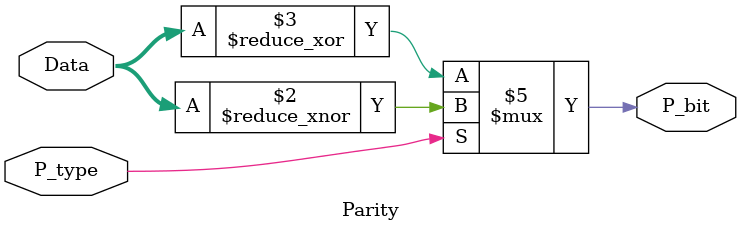
<source format=v>
module Parity (
	input [7:0] Data,
	input P_type,
	output reg P_bit
	
);
always @* begin 
	if(P_type) begin
		P_bit = ~^Data;
	end else begin
		P_bit = ^Data ;
	end
end

endmodule 
</source>
